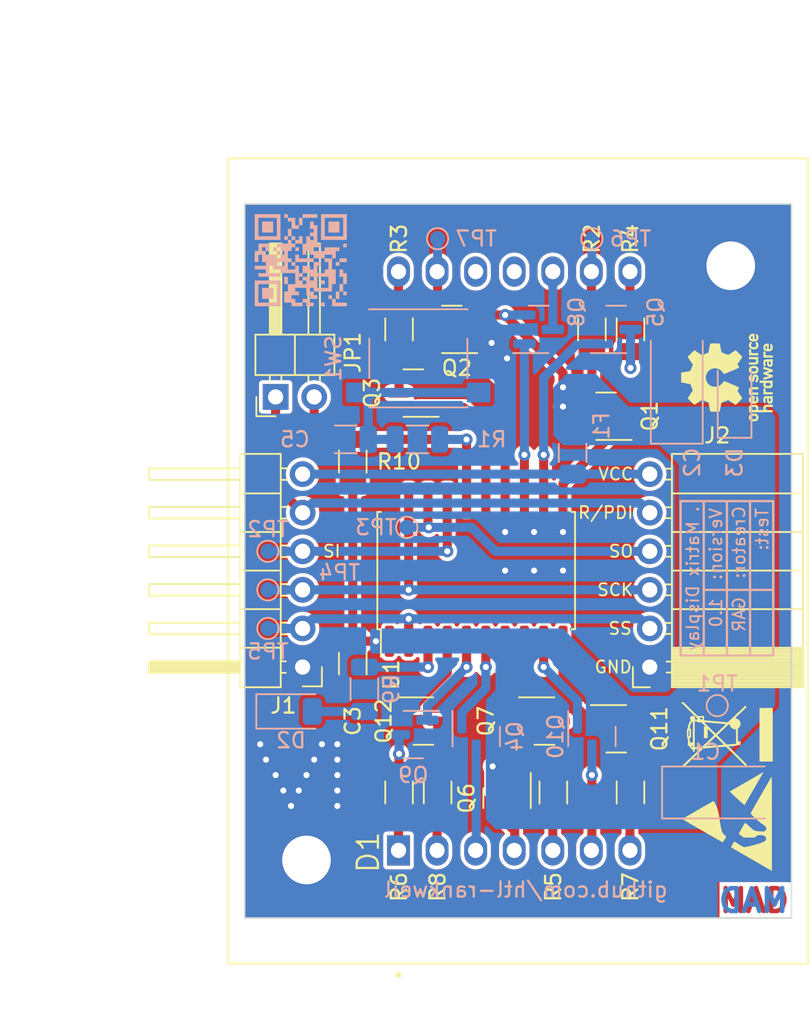
<source format=kicad_pcb>
(kicad_pcb (version 20221018) (generator pcbnew)
  (title_block (title "${acronym} - ${title}") (date "${date}") (rev "${revision}") (company "${company}") (comment 1 "${creator}") (comment 2 "${license}"))
  (layers (0 "F.Cu" signal) (31 "B.Cu" signal) (34 "B.Paste" user) (35 "F.Paste" user) (36 "B.SilkS" user "B.Silkscreen") (37 "F.SilkS" user "F.Silkscreen") (38 "B.Mask" user) (39 "F.Mask" user) (44 "Edge.Cuts" user))
  (property "acronym" "MAD")
  (property "company" "HTL-Rankweil")
  (property "creator" "GAR")
  (property "date" "2023-12-23")
  (property "license" "CC BY-NC-SA 4.0")
  (property "link" "github.com/htl-rankweil")
  (property "revision" "1.0")
  (property "title" ". Matrix Display")
  (net 0 "")
  (net 1 "VCC")
  (net 2 "GND")
  (net 3 "Net-(C5-Pad1)")
  (net 4 "Net-(D2-A)")
  (net 5 "/UPDI")
  (net 6 "/SCK")
  (net 7 "/SS")
  (net 8 "/DR1")
  (net 9 "Net-(Q1-D)")
  (net 10 "/DC1")
  (net 11 "Net-(D1-C1)")
  (net 12 "/DR2")
  (net 13 "Net-(Q3-D)")
  (net 14 "/DC2")
  (net 15 "Net-(D1-C2)")
  (net 16 "/DR3")
  (net 17 "Net-(Q5-D)")
  (net 18 "/DC3")
  (net 19 "Net-(D1-C3)")
  (net 20 "/DR4")
  (net 21 "Net-(Q7-D)")
  (net 22 "/DC4")
  (net 23 "Net-(D1-C4)")
  (net 24 "/DR5")
  (net 25 "Net-(Q9-D)")
  (net 26 "/DC5")
  (net 27 "Net-(D1-C5)")
  (net 28 "/DR6")
  (net 29 "Net-(Q11-D)")
  (net 30 "/DR7")
  (net 31 "Net-(Q12-D)")
  (net 32 "Net-(D1-R1)")
  (net 33 "Net-(D1-R2)")
  (net 34 "Net-(D1-R3)")
  (net 35 "Net-(D1-R4)")
  (net 36 "Net-(D1-R5)")
  (net 37 "Net-(D1-R6)")
  (net 38 "Net-(D1-R7)")
  (net 41 "Net-(J1-Pin_6)")
  (net 42 "Net-(U1-PA5)")
  (net 43 "Net-(JP1-B)")
  (net 44 "/SI")
  (net 45 "/SO")
  (footprint "Resistor_SMD:R_1206_3216Metric" (layer "F.Cu") (at 149.86 71.755 90)
    (fp_text reference "R2" (at 5.969 0 90) (layer "F.SilkS"))
    (fp_text value "0R1")
    (pad "1" smd roundrect (at -1.4625 0 90) (size 1.125 1.75) (layers "F.Cu" "F.Paste" "F.Mask") (roundrect_rratio 0.2222222222) (net 9 "Net-(Q1-D)"))
    (pad "2" smd roundrect (at 1.4625 0 90) (size 1.125 1.75) (layers "F.Cu" "F.Paste" "F.Mask") (roundrect_rratio 0.2222222222) (net 32 "Net-(D1-R1)"))
  )
  (footprint "Display_Matrix:LED_TA20-11SRWA" (layer "F.Cu") (at 144.745 87 90)
    (fp_text reference "D1" (at -19.172 -9.617 90) (layer "F.SilkS") (effects (font (size 1.4 1.4))))
    (fp_text value "TA20-11SRWA")
    (pad "1" thru_hole rect (at -19.05 -7.62 90) (size 2 1.508) (drill 1) (layers "*.Cu" "*.Mask") (net 36 "Net-(D1-R5)"))
    (pad "2" thru_hole oval (at -19.05 -5.08 90) (size 2 1.508) (drill 1) (layers "*.Cu" "*.Mask") (net 38 "Net-(D1-R7)"))
    (pad "3" thru_hole oval (at -19.05 -2.54 90) (size 2 1.508) (drill 1) (layers "*.Cu" "*.Mask") (net 15 "Net-(D1-C2)"))
    (pad "4" thru_hole oval (at -19.05 0 90) (size 2 1.508) (drill 1) (layers "*.Cu" "*.Mask") (net 19 "Net-(D1-C3)"))
    (pad "5" thru_hole oval (at -19.05 2.54 90) (size 2 1.508) (drill 1) (layers "*.Cu" "*.Mask") (net 35 "Net-(D1-R4)"))
    (pad "6" thru_hole oval (at -19.05 5.08 90) (size 2 1.508) (drill 1) (layers "*.Cu" "*.Mask") (net 27 "Net-(D1-C5)"))
    (pad "7" thru_hole oval (at -19.05 7.62 90) (size 2 1.508) (drill 1) (layers "*.Cu" "*.Mask") (net 37 "Net-(D1-R6)"))
    (pad "8" thru_hole oval (at 19.05 7.62 90) (size 2 1.508) (drill 1) (layers "*.Cu" "*.Mask") (net 34 "Net-(D1-R3)"))
    (pad "9" thru_hole oval (at 19.05 5.08 90) (size 2 1.508) (drill 1) (layers "*.Cu" "*.Mask") (net 32 "Net-(D1-R1)"))
    (pad "10" thru_hole oval (at 19.05 2.54 90) (size 2 1.508) (drill 1) (layers "*.Cu" "*.Mask") (net 23 "Net-(D1-C4)"))
    (pad "11" thru_hole oval (at 19.05 0 90) (size 2 1.508) (drill 1) (layers "*.Cu" "*.Mask"))
    (pad "12" thru_hole oval (at 19.05 -2.54 90) (size 2 1.508) (drill 1) (layers "*.Cu" "*.Mask"))
    (pad "13" thru_hole oval (at 19.05 -5.08 90) (size 2 1.508) (drill 1) (layers "*.Cu" "*.Mask") (net 11 "Net-(D1-C1)"))
    (pad "14" thru_hole oval (at 19.05 -7.62 90) (size 2 1.508) (drill 1) (layers "*.Cu" "*.Mask") (net 33 "Net-(D1-R2)"))
  )
  (footprint "Capacitor_SMD:C_1206_3216Metric" (layer "F.Cu") (at 134.112 93.7532 -90)
    (fp_text reference "C3" (at 3.7828 0 -270) (layer "F.SilkS"))
    (fp_text value "100n")
    (pad "1" smd roundrect (at -1.475 0 270) (size 1.15 1.8) (layers "F.Cu" "F.Paste" "F.Mask") (roundrect_rratio 0.2173913043) (net 1 "VCC"))
    (pad "2" smd roundrect (at 1.475 0 270) (size 1.15 1.8) (layers "F.Cu" "F.Paste" "F.Mask") (roundrect_rratio 0.2173913043) (net 2 "GND"))
  )
  (footprint "Package_SO:SOIC-20W_7.5x12.8mm_P1.27mm" (layer "F.Cu") (at 142.24 87.63 90)
    (fp_text reference "U1" (at -6.858 -5.588 90) (layer "F.SilkS"))
    (fp_text value "ATtiny__06-S")
    (pad "1" smd roundrect (at -4.65 -5.715 90) (size 2.05 0.6) (layers "F.Cu" "F.Paste" "F.Mask") (net 1 "VCC"))
    (pad "2" smd roundrect (at -4.65 -4.445 90) (size 2.05 0.6) (layers "F.Cu" "F.Paste" "F.Mask") (net 7 "/SS"))
    (pad "3" smd roundrect (at -4.65 -3.175 90) (size 2.05 0.6) (layers "F.Cu" "F.Paste" "F.Mask") (net 42 "Net-(U1-PA5)"))
    (pad "4" smd roundrect (at -4.65 -1.905 90) (size 2.05 0.6) (layers "F.Cu" "F.Paste" "F.Mask") (net 30 "/DR7"))
    (pad "5" smd roundrect (at -4.65 -0.635 90) (size 2.05 0.6) (layers "F.Cu" "F.Paste" "F.Mask") (net 24 "/DR5"))
    (pad "6" smd roundrect (at -4.65 0.635 90) (size 2.05 0.6) (layers "F.Cu" "F.Paste" "F.Mask") (net 14 "/DC2"))
    (pad "7" smd roundrect (at -4.65 1.905 90) (size 2.05 0.6) (layers "F.Cu" "F.Paste" "F.Mask") (net 18 "/DC3"))
    (pad "8" smd roundrect (at -4.65 3.175 90) (size 2.05 0.6) (layers "F.Cu" "F.Paste" "F.Mask") (net 20 "/DR4"))
    (pad "9" smd roundrect (at -4.65 4.445 90) (size 2.05 0.6) (layers "F.Cu" "F.Paste" "F.Mask") (net 26 "/DC5"))
    (pad "10" smd roundrect (at -4.65 5.715 90) (size 2.05 0.6) (layers "F.Cu" "F.Paste" "F.Mask") (net 28 "/DR6"))
    (pad "11" smd roundrect (at 4.65 5.715 90) (size 2.05 0.6) (layers "F.Cu" "F.Paste" "F.Mask") (net 8 "/DR1"))
    (pad "12" smd roundrect (at 4.65 4.445 90) (size 2.05 0.6) (layers "F.Cu" "F.Paste" "F.Mask") (net 16 "/DR3"))
    (pad "13" smd roundrect (at 4.65 3.175 90) (size 2.05 0.6) (layers "F.Cu" "F.Paste" "F.Mask") (net 22 "/DC4"))
    (pad "14" smd roundrect (at 4.65 1.905 90) (size 2.05 0.6) (layers "F.Cu" "F.Paste" "F.Mask") (net 10 "/DC1"))
    (pad "15" smd roundrect (at 4.65 0.635 90) (size 2.05 0.6) (layers "F.Cu" "F.Paste" "F.Mask") (net 12 "/DR2"))
    (pad "16" smd roundrect (at 4.65 -0.635 90) (size 2.05 0.6) (layers "F.Cu" "F.Paste" "F.Mask") (net 43 "Net-(JP1-B)"))
    (pad "17" smd roundrect (at 4.65 -1.905 90) (size 2.05 0.6) (layers "F.Cu" "F.Paste" "F.Mask") (net 44 "/SI"))
    (pad "18" smd roundrect (at 4.65 -3.175 90) (size 2.05 0.6) (layers "F.Cu" "F.Paste" "F.Mask") (net 45 "/SO"))
    (pad "19" smd roundrect (at 4.65 -4.445 90) (size 2.05 0.6) (layers "F.Cu" "F.Paste" "F.Mask") (net 6 "/SCK"))
    (pad "20" smd roundrect (at 4.65 -5.715 90) (size 2.05 0.6) (layers "F.Cu" "F.Paste" "F.Mask") (net 2 "GND"))
  )
  (footprint "Package_TO_SOT_SMD:SOT-23" (layer "F.Cu") (at 150.7975 77.47 180)
    (fp_text reference "Q1" (at -2.8725 0 90) (layer "F.SilkS"))
    (fp_text value "AO3416A")
    (pad "1" smd roundrect (at -0.9375 -0.95 180) (size 1.475 0.6) (layers "F.Cu" "F.Paste" "F.Mask") (net 8 "/DR1"))
    (pad "2" smd roundrect (at -0.9375 0.95 180) (size 1.475 0.6) (layers "F.Cu" "F.Paste" "F.Mask") (net 2 "GND"))
    (pad "3" smd roundrect (at 0.9375 0 180) (size 1.475 0.6) (layers "F.Cu" "F.Paste" "F.Mask") (net 9 "Net-(Q1-D)"))
  )
  (footprint "Symbol:WEEE-Logo_4.2x6mm_SilkScreen" (layer "F.Cu") (at 158.75 98.425 90)
    (fp_text reference "FID3" hide)
    (fp_text value "BIN" hide)
  )
  (footprint "Package_TO_SOT_SMD:SOT-23" (layer "F.Cu") (at 151.4625 98.044)
    (fp_text reference "Q11" (at 2.8425 0 90) (layer "F.SilkS"))
    (fp_text value "AO3416A")
    (pad "1" smd roundrect (at -0.9375 -0.95) (size 1.475 0.6) (layers "F.Cu" "F.Paste" "F.Mask") (net 28 "/DR6"))
    (pad "2" smd roundrect (at -0.9375 0.95) (size 1.475 0.6) (layers "F.Cu" "F.Paste" "F.Mask") (net 2 "GND"))
    (pad "3" smd roundrect (at 0.9375 0) (size 1.475 0.6) (layers "F.Cu" "F.Paste" "F.Mask") (net 29 "Net-(Q11-D)"))
  )
  (footprint "Package_TO_SOT_SMD:SOT-23" (layer "F.Cu") (at 146.7335 97.536)
    (fp_text reference "Q7" (at -3.8585 0 90) (layer "F.SilkS"))
    (fp_text value "AO3416A")
    (pad "1" smd roundrect (at -0.9375 -0.95) (size 1.475 0.6) (layers "F.Cu" "F.Paste" "F.Mask") (net 20 "/DR4"))
    (pad "2" smd roundrect (at -0.9375 0.95) (size 1.475 0.6) (layers "F.Cu" "F.Paste" "F.Mask") (net 2 "GND"))
    (pad "3" smd roundrect (at 0.9375 0) (size 1.475 0.6) (layers "F.Cu" "F.Paste" "F.Mask") (net 21 "Net-(Q7-D)"))
  )
  (footprint "Connector_PinHeader_2.54mm:PinHeader_1x06_P2.54mm_Horizontal" (layer "F.Cu") (at 130.81 93.98 180)
    (fp_text reference "J1" (at 1.27 -2.54) (layer "F.SilkS"))
    (fp_text value "Conn_01x06_Pin" hide)
    (pad "1" thru_hole rect (at 0 0 180) (size 1.7 1.7) (drill 1) (layers "*.Cu" "*.Mask") (net 2 "GND"))
    (pad "2" thru_hole oval (at 0 2.54 180) (size 1.7 1.7) (drill 1) (layers "*.Cu" "*.Mask") (net 7 "/SS"))
    (pad "3" thru_hole oval (at 0 5.08 180) (size 1.7 1.7) (drill 1) (layers "*.Cu" "*.Mask") (net 6 "/SCK"))
    (pad "4" thru_hole oval (at 0 7.62 180) (size 1.7 1.7) (drill 1) (layers "*.Cu" "*.Mask") (net 44 "/SI"))
    (pad "5" thru_hole oval (at 0 10.16 180) (size 1.7 1.7) (drill 1) (layers "*.Cu" "*.Mask") (net 5 "/UPDI"))
    (pad "6" thru_hole oval (at 0 12.7 180) (size 1.7 1.7) (drill 1) (layers "*.Cu" "*.Mask") (net 41 "Net-(J1-Pin_6)"))
  )
  (footprint "Connector_PinHeader_2.54mm:PinHeader_1x02_P2.54mm_Horizontal" (layer "F.Cu") (at 129.032 76.2 90)
    (fp_text reference "JP1" (at 2.921 5.08 90) (layer "F.SilkS"))
    (fp_text value "Jumper_2_Open")
    (pad "1" thru_hole rect (at 0 0 90) (size 1.7 1.7) (drill 1) (layers "*.Cu" "*.Mask") (net 5 "/UPDI"))
    (pad "2" thru_hole oval (at 0 2.54 90) (size 1.7 1.7) (drill 1) (layers "*.Cu" "*.Mask") (net 43 "Net-(JP1-B)"))
  )
  (footprint "Resistor_SMD:R_1206_3216Metric" (layer "F.Cu") (at 152.4 71.755 90)
    (fp_text reference "R4" (at 5.969 0 90) (layer "F.SilkS"))
    (fp_text value "0R1")
    (pad "1" smd roundrect (at -1.4625 0 90) (size 1.125 1.75) (layers "F.Cu" "F.Paste" "F.Mask") (roundrect_rratio 0.2222222222) (net 17 "Net-(Q5-D)"))
    (pad "2" smd roundrect (at 1.4625 0 90) (size 1.125 1.75) (layers "F.Cu" "F.Paste" "F.Mask") (roundrect_rratio 0.2222222222) (net 34 "Net-(D1-R3)"))
  )
  (footprint "Resistor_SMD:R_1206_3216Metric" (layer "F.Cu") (at 147.32 102.235 -90)
    (fp_text reference "R5" (at 6.223 0 90) (layer "F.SilkS"))
    (fp_text value "0R1")
    (pad "1" smd roundrect (at -1.4625 0 270) (size 1.125 1.75) (layers "F.Cu" "F.Paste" "F.Mask") (roundrect_rratio 0.2222222222) (net 21 "Net-(Q7-D)"))
    (pad "2" smd roundrect (at 1.4625 0 270) (size 1.125 1.75) (layers "F.Cu" "F.Paste" "F.Mask") (roundrect_rratio 0.2222222222) (net 35 "Net-(D1-R4)"))
  )
  (footprint "Package_TO_SOT_SMD:SOT-23" (layer "F.Cu") (at 138.0975 75.946 180)
    (fp_text reference "Q3" (at 2.7155 0 90) (layer "F.SilkS"))
    (fp_text value "AO3416A")
    (pad "1" smd roundrect (at -0.9375 -0.95 180) (size 1.475 0.6) (layers "F.Cu" "F.Paste" "F.Mask") (net 12 "/DR2"))
    (pad "2" smd roundrect (at -0.9375 0.95 180) (size 1.475 0.6) (layers "F.Cu" "F.Paste" "F.Mask") (net 2 "GND"))
    (pad "3" smd roundrect (at 0.9375 0 180) (size 1.475 0.6) (layers "F.Cu" "F.Paste" "F.Mask") (net 13 "Net-(Q3-D)"))
  )
  (footprint "Resistor_SMD:R_1206_3216Metric" (layer "F.Cu") (at 137.16 102.235 -90)
    (fp_text reference "R6" (at 6.223 0 90) (layer "F.SilkS"))
    (fp_text value "0R1")
    (pad "1" smd roundrect (at -1.4625 0 270) (size 1.125 1.75) (layers "F.Cu" "F.Paste" "F.Mask") (roundrect_rratio 0.2222222222) (net 25 "Net-(Q9-D)"))
    (pad "2" smd roundrect (at 1.4625 0 270) (size 1.125 1.75) (layers "F.Cu" "F.Paste" "F.Mask") (roundrect_rratio 0.2222222222) (net 36 "Net-(D1-R5)"))
  )
  (footprint "Package_TO_SOT_SMD:SOT-23" (layer "F.Cu") (at 140.6375 71.755 180)
    (fp_text reference "Q2" (at -0.3325 -2.54) (layer "F.SilkS"))
    (fp_text value "AO3419A")
    (pad "1" smd roundrect (at -0.9375 -0.95 180) (size 1.475 0.6) (layers "F.Cu" "F.Paste" "F.Mask") (net 10 "/DC1"))
    (pad "2" smd roundrect (at -0.9375 0.95 180) (size 1.475 0.6) (layers "F.Cu" "F.Paste" "F.Mask") (net 1 "VCC"))
    (pad "3" smd roundrect (at 0.9375 0 180) (size 1.475 0.6) (layers "F.Cu" "F.Paste" "F.Mask") (net 11 "Net-(D1-C1)"))
  )
  (footprint "Package_TO_SOT_SMD:SOT-23" (layer "F.Cu") (at 138.7625 97.536)
    (fp_text reference "Q12" (at -2.6185 0 90) (layer "F.SilkS"))
    (fp_text value "AO3416A")
    (pad "1" smd roundrect (at -0.9375 -0.95) (size 1.475 0.6) (layers "F.Cu" "F.Paste" "F.Mask") (net 30 "/DR7"))
    (pad "2" smd roundrect (at -0.9375 0.95) (size 1.475 0.6) (layers "F.Cu" "F.Paste" "F.Mask") (net 2 "GND"))
    (pad "3" smd roundrect (at 0.9375 0) (size 1.475 0.6) (layers "F.Cu" "F.Paste" "F.Mask") (net 31 "Net-(Q12-D)"))
  )
  (footprint "Package_TO_SOT_SMD:SOT-23" (layer "F.Cu") (at 144.272 102.616 -90)
    (fp_text reference "Q6" (at 0 2.667 90) (layer "F.SilkS"))
    (fp_text value "AO3419A")
    (pad "1" smd roundrect (at -0.9375 -0.95 270) (size 1.475 0.6) (layers "F.Cu" "F.Paste" "F.Mask") (net 18 "/DC3"))
    (pad "2" smd roundrect (at -0.9375 0.95 270) (size 1.475 0.6) (layers "F.Cu" "F.Paste" "F.Mask") (net 1 "VCC"))
    (pad "3" smd roundrect (at 0.9375 0 270) (size 1.475 0.6) (layers "F.Cu" "F.Paste" "F.Mask") (net 19 "Net-(D1-C3)"))
  )
  (footprint "Connector_PinSocket_2.54mm:PinSocket_1x06_P2.54mm_Horizontal" (layer "F.Cu") (at 153.67 93.98 180)
    (fp_text reference "J2" (at -4.445 15.24 180) (layer "F.SilkS"))
    (fp_text value "Conn_01x06_Socket" hide)
    (pad "1" thru_hole rect (at 0 0 180) (size 1.7 1.7) (drill 1) (layers "*.Cu" "*.Mask") (net 2 "GND"))
    (pad "2" thru_hole oval (at 0 2.54 180) (size 1.7 1.7) (drill 1) (layers "*.Cu" "*.Mask") (net 7 "/SS"))
    (pad "3" thru_hole oval (at 0 5.08 180) (size 1.7 1.7) (drill 1) (layers "*.Cu" "*.Mask") (net 6 "/SCK"))
    (pad "4" thru_hole oval (at 0 7.62 180) (size 1.7 1.7) (drill 1) (layers "*.Cu" "*.Mask") (net 45 "/SO"))
    (pad "5" thru_hole oval (at 0 10.16 180) (size 1.7 1.7) (drill 1) (layers "*.Cu" "*.Mask") (net 5 "/UPDI"))
    (pad "6" thru_hole oval (at 0 12.7 180) (size 1.7 1.7) (drill 1) (layers "*.Cu" "*.Mask") (net 41 "Net-(J1-Pin_6)"))
  )
  (footprint "Symbol:OSHW-Logo_5.7x6mm_SilkScreen" (layer "F.Cu") (at 158.75 74.93 90)
    (fp_text reference "FID2" hide)
    (fp_text value "OH" hide)
  )
  (footprint "Resistor_SMD:R_1206_3216Metric" (layer "F.Cu") (at 134.112 80.4565 -90)
    (fp_text reference "R10" (at 0 -3.048 -180) (layer "F.SilkS"))
    (fp_text value "10k")
    (pad "1" smd roundrect (at -1.4625 0 270) (size 1.125 1.75) (layers "F.Cu" "F.Paste" "F.Mask") (roundrect_rratio 0.2222222222) (net 43 "Net-(JP1-B)"))
    (pad "2" smd roundrect (at 1.4625 0 270) (size 1.125 1.75) (layers "F.Cu" "F.Paste" "F.Mask") (roundrect_rratio 0.2222222222) (net 1 "VCC"))
  )
  (footprint "Symbol:ESD-Logo_6.6x6mm_SilkScreen" (layer "F.Cu") (at 158.75 104.14 90)
    (fp_text reference "FID1" hide)
    (fp_text value "ESD" hide)
  )
  (footprint "MountingHole:MountingHole_3.2mm_M3_DIN965_Pad" (layer "F.Cu") (at 159.004 67.564)
    (fp_text reference "H1" hide)
    (fp_text value "M3")
    (pad "1" thru_hole circle (at 0 0) (size 5.6 5.6) (drill 3.2) (layers "*.Cu" "*.Mask") (net 2 "GND"))
  )
  (footprint "MountingHole:MountingHole_3.2mm_M3_DIN965_Pad" (layer "F.Cu") (at 131.064 106.68)
    (fp_text reference "H2" hide)
    (fp_text value "M3")
    (pad "1" thru_hole circle (at 0 0) (size 5.6 5.6) (drill 3.2) (layers "*.Cu" "*.Mask") (net 2 "GND"))
  )
  (footprint "Resistor_SMD:R_1206_3216Metric" (layer "F.Cu") (at 152.4 102.235 -90)
    (fp_text reference "R7" (at 6.223 0 90) (layer "F.SilkS"))
    (fp_text value "0R1")
    (pad "1" smd roundrect (at -1.4625 0 270) (size 1.125 1.75) (layers "F.Cu" "F.Paste" "F.Mask") (roundrect_rratio 0.2222222222) (net 29 "Net-(Q11-D)"))
    (pad "2" smd roundrect (at 1.4625 0 270) (size 1.125 1.75) (layers "F.Cu" "F.Paste" "F.Mask") (roundrect_rratio 0.2222222222) (net 37 "Net-(D1-R6)"))
  )
  (footprint "Resistor_SMD:R_1206_3216Metric" (layer "F.Cu") (at 139.7 102.235 -90)
    (fp_text reference "R8" (at 6.223 0 90) (layer "F.SilkS"))
    (fp_text value "0R1")
    (pad "1" smd roundrect (at -1.4625 0 270) (size 1.125 1.75) (layers "F.Cu" "F.Paste" "F.Mask") (roundrect_rratio 0.2222222222) (net 31 "Net-(Q12-D)"))
    (pad "2" smd roundrect (at 1.4625 0 270) (size 1.125 1.75) (layers "F.Cu" "F.Paste" "F.Mask") (roundrect_rratio 0.2222222222) (net 38 "Net-(D1-R7)"))
  )
  (footprint "Resistor_SMD:R_1206_3216Metric" (layer "F.Cu") (at 137.16 71.755 90)
    (fp_text reference "R3" (at 5.969 0 90) (layer "F.SilkS"))
    (fp_text value "0R1")
    (pad "1" smd roundrect (at -1.4625 0 90) (size 1.125 1.75) (layers "F.Cu" "F.Paste" "F.Mask") (roundrect_rratio 0.2222222222) (net 13 "Net-(Q3-D)"))
    (pad "2" smd roundrect (at 1.4625 0 90) (size 1.125 1.75) (layers "F.Cu" "F.Paste" "F.Mask") (roundrect_rratio 0.2222222222) (net 33 "Net-(D1-R2)"))
  )
  (footprint "Package_TO_SOT_SMD:SOT-23" (layer "B.Cu") (at 151.4625 71.755)
    (fp_text reference "Q5" (at 2.5885 -1.143 90) (layer "B.SilkS") (effects (justify mirror)))
    (fp_text value "AO3416A")
    (pad "1" smd roundrect (at -0.9375 0.95) (size 1.475 0.6) (layers "B.Cu" "B.Paste" "B.Mask") (net 16 "/DR3"))
    (pad "2" smd roundrect (at -0.9375 -0.95) (size 1.475 0.6) (layers "B.Cu" "B.Paste" "B.Mask") (net 2 "GND"))
    (pad "3" smd roundrect (at 0.9375 0) (size 1.475 0.6) (layers "B.Cu" "B.Paste" "B.Mask") (net 17 "Net-(Q5-D)"))
  )
  (footprint "Resistor_SMD:R_1206_3216Metric" (layer "B.Cu") (at 134.874 95.4425 -90)
    (fp_text reference "R9" (at 0 -1.778 -270) (layer "B.SilkS") (effects (justify mirror)))
    (fp_text value "180")
    (pad "1" smd roundrect (at -1.4625 0 270) (size 1.125 1.75) (layers "B.Cu" "B.Paste" "B.Mask") (roundrect_rratio 0.2222222222) (net 42 "Net-(U1-PA5)"))
    (pad "2" smd roundrect (at 1.4625 0 270) (size 1.125 1.75) (layers "B.Cu" "B.Paste" "B.Mask") (roundrect_rratio 0.2222222222) (net 4 "Net-(D2-A)"))
  )
  (footprint "Package_TO_SOT_SMD:SOT-23" (layer "B.Cu") (at 146.3525 71.755)
    (fp_text reference "Q8" (at 2.4915 -1.143 90) (layer "B.SilkS") (effects (justify mirror)))
    (fp_text value "AO3419A")
    (pad "1" smd roundrect (at -0.9375 0.95) (size 1.475 0.6) (layers "B.Cu" "B.Paste" "B.Mask") (net 22 "/DC4"))
    (pad "2" smd roundrect (at -0.9375 -0.95) (size 1.475 0.6) (layers "B.Cu" "B.Paste" "B.Mask") (net 1 "VCC"))
    (pad "3" smd roundrect (at 0.9375 0) (size 1.475 0.6) (layers "B.Cu" "B.Paste" "B.Mask") (net 23 "Net-(D1-C4)"))
  )
  (footprint "Fuse:Fuse_1206_3216Metric" (layer "B.Cu") (at 148.59 79.88 90)
    (fp_text reference "F1" (at 1.775 1.905 90) (layer "B.SilkS") (effects (justify mirror)))
    (fp_text value "Fuse")
    (pad "1" smd roundrect (at -1.4 0 90) (size 1.25 1.75) (layers "B.Cu" "B.Paste" "B.Mask") (roundrect_rratio 0.2) (net 41 "Net-(J1-Pin_6)"))
    (pad "2" smd roundrect (at 1.4 0 90) (size 1.25 1.75) (layers "B.Cu" "B.Paste" "B.Mask") (roundrect_rratio 0.2) (net 1 "VCC"))
  )
  (footprint "TestPoint:TestPoint_Pad_D1.0mm" (layer "B.Cu") (at 139.7 65.786 180)
    (fp_text reference "TP7" (at -2.54 0) (layer "B.SilkS") (effects (justify mirror)))
    (fp_text value "TestPoint_Probe" hide)
    (pad "1" smd circle (at 0 0 180) (size 1 1) (layers "B.Cu" "B.Mask") (net 11 "Net-(D1-C1)"))
  )
  (footprint "Images:QR_0x007e" (layer "B.Cu") (at 130.81 67.31 -90)
    (fp_text reference "FID4" hide)
    (fp_text value "QR" hide)
  )
  (footprint "Capacitor_Tantalum_SMD:CP_EIA-6032-28_Kemet-C" (layer "B.Cu") (at 155.448 75.5155 90)
    (fp_text reference "C2" (at -5.0025 1.016 270) (layer "B.SilkS") (effects (justify mirror)))
    (fp_text value "10u")
    (pad "1" smd roundrect (at -2.4625 0 90) (size 2.075 2.35) (layers "B.Cu" "B.Paste" "B.Mask") (roundrect_rratio 0.1204819277) (net 1 "VCC"))
    (pad "2" smd roundrect (at 2.4625 0 90) (size 2.075 2.35) (layers "B.Cu" "B.Paste" "B.Mask") (roundrect_rratio 0.1204819277) (net 2 "GND"))
  )
  (footprint "TestPoint:TestPoint_Pad_D1.0mm" (layer "B.Cu") (at 128.524 91.44 180)
    (fp_text reference "TP5" (at 0 -1.524) (layer "B.SilkS") (effects (justify mirror)))
    (fp_text value "TestPoint_Probe" hide)
    (pad "1" smd circle (at 0 0 180) (size 1 1) (layers "B.Cu" "B.Mask") (net 7 "/SS"))
  )
  (footprint "Package_TO_SOT_SMD:SOT-23" (layer "B.Cu") (at 142.24 98.552 -90)
    (fp_text reference "Q4" (at 0 -2.54 90) (layer "B.SilkS") (effects (justify mirror)))
    (fp_text value "AO3419A")
    (pad "1" smd roundrect (at -0.9375 0.95 270) (size 1.475 0.6) (layers "B.Cu" "B.Paste" "B.Mask") (net 14 "/DC2"))
    (pad "2" smd roundrect (at -0.9375 -0.95 270) (size 1.475 0.6) (layers "B.Cu" "B.Paste" "B.Mask") (net 1 "VCC"))
    (pad "3" smd roundrect (at 0.9375 0 270) (size 1.475 0.6) (layers "B.Cu" "B.Paste" "B.Mask") (net 15 "Net-(D1-C2)"))
  )
  (footprint "TestPoint:TestPoint_Pad_D1.0mm" (layer "B.Cu") (at 137.668 84.7852 180)
    (fp_text reference "TP3" (at 2.032 0) (layer "B.SilkS") (effects (justify mirror)))
    (fp_text value "TestPoint_Probe" hide)
    (pad "1" smd circle (at 0 0 180) (size 1 1) (layers "B.Cu" "B.Mask") (net 45 "/SO"))
  )
  (footprint "Capacitor_Tantalum_SMD:CP_EIA-6032-28_Kemet-C" (layer "B.Cu") (at 158.242 102.235)
    (fp_text reference "C1" (at -0.889 -2.667 180) (layer "B.SilkS") (effects (justify mirror)))
    (fp_text value "10u")
    (pad "1" smd roundrect (at -2.4625 0) (size 2.075 2.35) (layers "B.Cu" "B.Paste" "B.Mask") (roundrect_rratio 0.1204819277) (net 1 "VCC"))
    (pad "2" smd roundrect (at 2.4625 0) (size 2.075 2.35) (layers "B.Cu" "B.Paste" "B.Mask") (roundrect_rratio 0.1204819277) (net 2 "GND"))
  )
  (footprint "Button_Switch_SMD:SW_SPST_PTS645" (layer "B.Cu") (at 138.43 73.66 180)
    (fp_text reference "SW1" (at 5.588 0 90) (layer "B.SilkS") (effects (justify mirror)))
    (fp_text value "SW_Push")
    (pad "1" smd rect (at -3.98 2.25 180) (size 1.55 1.3) (layers "B.Cu" "B.Paste" "B.Mask") (net 2 "GND"))
    (pad "1" smd rect (at 3.98 2.25 180) (size 1.55 1.3) (layers "B.Cu" "B.Paste" "B.Mask") (net 2 "GND"))
    (pad "2" smd rect (at -3.98 -2.25 180) (size 1.55 1.3) (layers "B.Cu" "B.Paste" "B.Mask") (net 3 "Net-(C5-Pad1)"))
    (pad "2" smd rect (at 3.98 -2.25 180) (size 1.55 1.3) (layers "B.Cu" "B.Paste" "B.Mask") (net 3 "Net-(C5-Pad1)"))
  )
  (footprint "Package_TO_SOT_SMD:SOT-23" (layer "B.Cu") (at 149.86 98.552 -90)
    (fp_text reference "Q10" (at 0 2.4 90) (layer "B.SilkS") (effects (justify mirror)))
    (fp_text value "AO3419A")
    (pad "1" smd roundrect (at -0.9375 0.95 270) (size 1.475 0.6) (layers "B.Cu" "B.Paste" "B.Mask") (net 26 "/DC5"))
    (pad "2" smd roundrect (at -0.9375 -0.95 270) (size 1.475 0.6) (layers "B.Cu" "B.Paste" "B.Mask") (net 1 "VCC"))
    (pad "3" smd roundrect (at 0.9375 0 270) (size 1.475 0.6) (layers "B.Cu" "B.Paste" "B.Mask") (net 27 "Net-(D1-C5)"))
  )
  (footprint "Capacitor_SMD:C_1206_3216Metric" (layer "B.Cu") (at 133.653 78.994 180)
    (fp_text reference "C5" (at 3.351 0) (layer "B.SilkS") (effects (justify mirror)))
    (fp_text value "n.B.")
    (pad "1" smd roundrect (at -1.475 0 180) (size 1.15 1.8) (layers "B.Cu" "B.Paste" "B.Mask") (roundrect_rratio 0.2173913043) (net 3 "Net-(C5-Pad1)"))
    (pad "2" smd roundrect (at 1.475 0 180) (size 1.15 1.8) (layers "B.Cu" "B.Paste" "B.Mask") (roundrect_rratio 0.2173913043) (net 2 "GND"))
  )
  (footprint "TestPoint:TestPoint_Pad_D1.0mm" (layer "B.Cu") (at 158.115 96.52 180)
    (fp_text reference "TP1" (at 0 1.448) (layer "B.SilkS") (effects (justify mirror)))
    (fp_text value "TestPoint_Probe" hide)
    (pad "1" smd circle (at 0 0 180) (size 1 1) (layers "B.Cu" "B.Mask") (net 1 "VCC"))
  )
  (footprint "TestPoint:TestPoint_Pad_D1.0mm" (layer "B.Cu") (at 149.86 65.786 180)
    (fp_text reference "TP6" (at -2.54 0) (layer "B.SilkS") (effects (justify mirror)))
    (fp_text value "TestPoint_Probe" hide)
    (pad "1" smd circle (at 0 0 180) (size 1 1) (layers "B.Cu" "B.Mask") (net 32 "Net-(D1-R1)"))
  )
  (footprint "TestPoint:TestPoint_Pad_D1.0mm" (layer "B.Cu") (at 128.524 88.9 180)
    (fp_text reference "TP4" (at -4.699 1.143) (layer "B.SilkS") (effects (justify mirror)))
    (fp_text value "TestPoint_Probe" hide)
    (pad "1" smd circle (at 0 0 180) (size 1 1) (layers "B.Cu" "B.Mask") (net 6 "/SCK"))
  )
  (footprint "Resistor_SMD:R_1206_3216Metric" (layer "B.Cu") (at 138.3685 78.994)
    (fp_text reference "R1" (at 4.8875 0) (layer "B.SilkS") (effects (justify mirror)))
    (fp_text value "330")
    (pad "1" smd roundrect (at -1.4625 0) (size 1.125 1.75) (layers "B.Cu" "B.Paste" "B.Mask") (roundrect_rratio 0.2222222222) (net 3 "Net-(C5-Pad1)"))
    (pad "2" smd roundrect (at 1.4625 0) (size 1.125 1.75) (layers "B.Cu" "B.Paste" "B.Mask") (roundrect_rratio 0.2222222222) (net 43 "Net-(JP1-B)"))
  )
  (footprint "Package_TO_SOT_SMD:SOT-23" (layer "B.Cu") (at 138.0975 98.425 180)
    (fp_text reference "Q9" (at 0 -2.667) (layer "B.SilkS") (effects (justify mirror)))
    (fp_text value "AO3416A")
    (pad "1" smd roundrect (at -0.9375 0.95 180) (size 1.475 0.6) (layers "B.Cu" "B.Paste" "B.Mask") (net 24 "/DR5"))
    (pad "2" smd roundrect (at -0.9375 -0.95 180) (size 1.475 0.6) (layers "B.Cu" "B.Paste" "B.Mask") (net 2 "GND"))
    (pad "3" smd roundrect (at 0.9375 0 180) (size 1.475 0.6) (layers "B.Cu" "B.Paste" "B.Mask") (net 25 "Net-(Q9-D)"))
  )
  (footprint "TestPoint:TestPoint_Pad_D1.0mm" (layer "B.Cu") (at 128.524 86.36 180)
    (fp_text reference "TP2" (at 0 1.448) (layer "B.SilkS") (effects (justify mirror)))
    (fp_text value "TestPoint_Probe" hide)
    (pad "1" smd circle (at 0 0 180) (size 1 1) (layers "B.Cu" "B.Mask") (net 44 "/SI"))
  )
  (footprint "LED_SMD:LED_1206_3216Metric" (layer "B.Cu") (at 130.045 96.901)
    (fp_text reference "D2" (at 0 1.905) (layer "B.SilkS") (effects (justify mirror)))
    (fp_text value "LED")
    (pad "1" smd roundrect (at -1.4 0) (size 1.25 1.75) (layers "B.Cu" "B.Paste" "B.Mask") (roundrect_rratio 0.2) (net 2 "GND"))
    (pad "2" smd roundrect (at 1.4 0) (size 1.25 1.75) (layers "B.Cu" "B.Paste" "B.Mask") (roundrect_rratio 0.2) (net 4 "Net-(D2-A)"))
  )
  (footprint "Diode_SMD:D_MiniMELF" (layer "B.Cu") (at 159.258 76.228 90)
    (fp_text reference "D3" (at -4.29 0 90) (layer "B.SilkS") (effects (justify mirror)))
    (fp_text value "BZV55B5V6")
    (pad "1" smd roundrect (at -1.75 0 90) (size 1.3 1.7) (layers "B.Cu" "B.Paste" "B.Mask") (roundrect_rratio 0.1923076923) (net 1 "VCC"))
    (pad "2" smd roundrect (at 1.75 0 90) (size 1.3 1.7) (layers "B.Cu" "B.Paste" "B.Mask") (roundrect_rratio 0.1923076923) (net 2 "GND"))
  )
  (gr_line (start 157.226 83.058) (end 157.226 93.218) (stroke (width 0.15)) (layer "B.SilkS"))
  (gr_rect (start 155.702 83.058) (end 161.798 93.218) (stroke (width 0.15)) (fill none) (layer "B.SilkS"))
  (gr_line (start 158.75 83.058) (end 158.75 93.218) (stroke (width 0.15)) (layer "B.SilkS"))
  (gr_line (start 160.274 83.058) (end 160.274 93.218) (stroke (width 0.15)) (layer "B.SilkS"))
  (gr_line (start 157.226 88.9) (end 161.798 88.9) (stroke (width 0.15)) (layer "B.SilkS"))
  (gr_rect (start 127 63.5) (end 163 110.5) (stroke (width 0.1)) (fill none) (layer "Edge.Cuts"))
  (gr_text "${acronym}" (at 158.115 110.236) (layer "F.Cu") (effects (font (size 1.5 1.5) (thickness 0.3) bold) (justify left bottom)))
  (gr_text "${acronym}" (at 162.941 110.236) (layer "B.Cu") (effects (font (size 1.5 1.5) (thickness 0.3) bold) (justify left bottom mirror)))
  (gr_text "${link}" (at 154.94 109.22) (layer "B.SilkS") (effects (font (size 1 1)) (justify left bottom mirror)))
  (gr_text "Test:" (at 161.544 83.439 90) (layer "B.SilkS") (effects (font (size 0.8 0.8) (thickness 0.12)) (justify left bottom mirror)))
  (gr_text "Version:  ${revision}" (at 158.496 83.439 90) (layer "B.SilkS") (effects (font (size 0.8 0.8) (thickness 0.12)) (justify left bottom mirror)))
  (gr_text "Creator:  ${creator}" (at 160.02 83.312 90) (layer "B.SilkS") (effects (font (size 0.8 0.8) (thickness 0.12)) (justify left bottom mirror)))
  (gr_text "${title}" (at 156.972 83.312 90) (layer "B.SilkS") (effects (font (size 0.8 0.8) (thickness 0.12)) (justify left bottom mirror)))
  (gr_text "VCC" (at 152.654 81.28) (layer "F.SilkS") (effects (font (size 0.8 0.8) (thickness 0.12)) (justify right)))
  (gr_text "SO" (at 152.654 86.36) (layer "F.SilkS") (effects (font (size 0.8 0.8) (thickness 0.12)) (justify right)))
  (gr_text "GND" (at 152.56 93.98) (layer "F.SilkS") (effects (font (size 0.8 0.8) (thickness 0.12)) (justify right)))
  (gr_text "SS" (at 152.56 91.44) (layer "F.SilkS") (effects (font (size 0.8 0.8) (thickness 0.12)) (justify right)))
  (gr_text "SCK" (at 152.654 88.9) (layer "F.SilkS") (effects (font (size 0.8 0.8) (thickness 0.12)) (justify right)))
  (gr_text "SI" (at 132.08 86.36) (layer "F.SilkS") (effects (font (size 0.8 0.8) (thickness 0.12)) (justify left)))
  (gr_text "R/PDI" (at 152.654 83.82) (layer "F.SilkS") (effects (font (size 0.8 0.8) (thickness 0.12)) (justify right)))
  (segment (start 143.322 100.518) (end 143.322 101.6785) (width 0.6) (layer "F.Cu") (net 1))
  (segment (start 147.955 75.565) (end 147.955 74.615) (width 0.6) (layer "F.Cu") (net 1))
  (segment (start 144.145 70.805) (end 141.575 70.805) (width 0.6) (layer "F.Cu") (net 1))
  (segment (start 147.955 74.615) (end 144.145 70.805) (width 0.6) (layer "F.Cu") (net 1))
  (segment (start 134.112 92.2782) (end 136.5232 92.2782) (width 0.6) (layer "F.Cu") (net 1))
  (segment (start 134.112 92.2782) (end 134.112 81.919) (width 0.6) (layer "F.Cu") (net 1))
  (segment (start 136.5232 92.2782) (end 136.525 92.28) (width 0.6) (layer "F.Cu") (net 1))
  (segment (start 147.955 75.565) (end 147.955 76.835) (width 0.6) (layer "F.Cu") (net 1))
  (via (at 144.145 70.805) (size 0.8) (drill 0.4) (layers "F.Cu" "B.Cu") (net 1))
  (via (at 147.955 75.565) (size 0.8) (drill 0.4) (layers "F.Cu" "B.Cu") (net 1))
  (via (at 147.955 76.835) (size 0.8) (drill 0.4) (layers "F.Cu" "B.Cu") (net 1))
  (via (at 143.322 100.518) (size 0.8) (drill 0.4) (layers "F.Cu" "B.Cu") (net 1))
  (via (at 135.636 92.2782) (size 0.8) (drill 0.4) (layers "F.Cu" "B.Cu") (net 1))
  (segment (start 145.415 70.805) (end 144.145 70.805) (width 0.6) (layer "B.Cu") (net 1))
  (via (at 132.08 99.06) (size 0.6) (drill 0.4) (layers "F.Cu" "B.Cu") (net 2))
  (via (at 130.556 102.108) (size 0.6) (drill 0.4) (layers "F.Cu" "B.Cu") (net 2))
  (via (at 143.256 72.644) (size 0.8) (drill 0.4) (layers "F.Cu" "B.Cu") (net 2))
  (via (at 144.272 73.66) (size 0.8) (drill 0.4) (layers "F.Cu" "B.Cu") (net 2))
  (via (at 146.05 87.63) (size 0.6) (drill 0.4) (layers "F.Cu" "B.Cu") (net 2))
  (via (at 144.145 87.63) (size 0.6) (drill 0.4) (layers "F.Cu" "B.Cu") (net 2))
  (via (at 129.54 102.108) (size 0.6) (drill 0.4) (layers "F.Cu" "B.Cu") (net 2))
  (via (at 133.096 99.06) (size 0.6) (drill 0.4) (layers "F.Cu" "B.Cu") (net 2))
  (via (at 130.048 103.124) (size 0.6) (drill 0.4) (layers "F.Cu" "B.Cu") (net 2))
  (via (at 133.096 102.108) (size 0.6) (drill 0.4) (layers "F.Cu" "B.Cu") (net 2))
  (via (at 128.016 99.06) (size 0.6) (drill 0.4) (layers "F.Cu" "B.Cu") (net 2))
  (via (at 131.572 100.076) (size 0.6) (drill 0.4) (layers "F.Cu" "B.Cu") (net 2))
  (via (at 133.096 103.124) (size 0.6) (drill 0.4) (layers "F.Cu" "B.Cu") (net 2))
  (via (at 147.955 87.63) (size 0.6) (drill 0.4) (layers "F.Cu" "B.Cu") (net 2))
  (via (at 133.096 100.076) (size 0.6) (drill 0.4) (layers "F.Cu" "B.Cu") (net 2))
  (via (at 144.145 85.09) (size 0.6) (drill 0.4) (layers "F.Cu" "B.Cu") (net 2))
  (via (at 133.096 101.092) (size 0.6) (drill 0.4) (layers "F.Cu" "B.Cu") (net 2))
  (via (at 131.064 101.092) (size 0.6) (drill 0.4) (layers "F.Cu" "B.Cu") (net 2))
  (via (at 129.032 101.092) (size 0.6) (drill 0.4) (layers "F.Cu" "B.Cu") (net 2))
  (via (at 128.397 100.076) (size 0.6) (drill 0.4) (layers "F.Cu" "B.Cu") (net 2))
  (via (at 146.05 85.09) (size 0.6) (drill 0.4) (layers "F.Cu" "B.Cu") (net 2))
  (via (at 147.955 85.09) (size 0.6) (drill 0.4) (layers "F.Cu" "B.Cu") (net 2))
  (segment (start 134.45 75.91) (end 137.16 75.91) (width 0.6) (layer "B.Cu") (net 3))
  (segment (start 137.16 75.91) (end 142.41 75.91) (width 0.6) (layer "B.Cu") (net 3))
  (segment (start 136.906 78.994) (end 135.128 78.994) (width 0.6) (layer "B.Cu") (net 3))
  (segment (start 137.75 75.91) (end 134.45 75.91) (width 0.6) (layer "B.Cu") (net 3))
  (segment (start 135.5 75.91) (end 135.128 76.282) (width 0.6) (layer "B.Cu") (net 3))
  (segment (start 135.128 76.282) (end 135.128 78.994) (width 0.6) (layer "B.Cu") (net 3))
  (segment (start 131.449 96.905) (end 131.445 96.901) (width 0.6) (layer "B.Cu") (net 4))
  (segment (start 134.62 96.905) (end 131.449 96.905) (width 0.6) (layer "B.Cu") (net 4))
  (segment (start 129.032 76.2) (end 129.032 82.042) (width 0.6) (layer "F.Cu") (net 5))
  (segment (start 129.032 82.042) (end 130.81 83.82) (width 0.6) (layer "F.Cu") (net 5))
  (segment (start 153.67 83.82) (end 153.035 83.185) (width 0.6) (layer "B.Cu") (net 5))
  (segment (start 153.035 83.185) (end 131.445 83.185) (width 0.6) (layer "B.Cu") (net 5))
  (segment (start 131.445 83.185) (end 130.81 83.82) (width 0.6) (layer "B.Cu") (net 5))
  (segment (start 137.795 82.98) (end 137.795 88.9) (width 0.6) (layer "F.Cu") (net 6))
  (via (at 137.795 88.9) (size 0.8) (drill 0.4) (layers "F.Cu" "B.Cu") (net 6))
  (segment (start 130.81 88.9) (end 153.67 88.9) (width 0.6) (layer "B.Cu") (net 6))
  (segment (start 128.524 88.9) (end 130.81 88.9) (width 0.6) (layer "B.Cu") (net 6))
  (segment (start 137.795 92.28) (end 137.795 90.805) (width 0.6) (layer "F.Cu") (net 7))
  (via (at 137.795 90.805) (size 0.8) (drill 0.4) (layers "F.Cu" "B.Cu") (net 7))
  (segment (start 153.035 90.805) (end 153.67 91.44) (width 0.6) (layer "B.Cu") (net 7))
  (segment (start 131.445 90.805) (end 153.035 90.805) (width 0.6) (layer "B.Cu") (net 7))
  (segment (start 128.524 91.44) (end 130.81 91.44) (width 0.6) (layer "B.Cu") (net 7))
  (segment (start 130.81 91.44) (end 131.445 90.805) (width 0.6) (layer "B.Cu") (net 7))
  (segment (start 151.45 78.42) (end 151.735 78.42) (width 0.6) (layer "F.Cu") (net 8))
  (segment (start 147.955 81.915) (end 151.45 78.42) (width 0.6) (layer "F.Cu") (net 8))
  (segment (start 147.955 82.98) (end 147.955 81.915) (width 0.6) (layer "F.Cu") (net 8))
  (segment (start 149.86 77.47) (end 149.86 73.2175) (width 0.6) (layer "F.Cu") (net 9))
  (segment (start 144.145 75.275) (end 141.575 72.705) (width 0.6) (layer "F.Cu") (net 10))
  (segment (start 144.145 82.98) (end 144.145 75.275) (width 0.6) (layer "F.Cu") (net 10))
  (segment (start 139.7 67.985) (end 139.665 67.95) (width 0.6) (layer "F.Cu") (net 11))
  (segment (start 139.7 71.755) (end 139.7 67.985) (width 0.6) (layer "F.Cu") (net 11))
  (segment (start 139.7 65.786) (end 139.7 67.915) (width 0.6) (layer "B.Cu") (net 11))
  (segment (start 139.7 67.915) (end 139.665 67.95) (width 0.6) (layer "B.Cu") (net 11))
  (segment (start 141.412 76.896) (end 139.035 76.896) (width 0.6) (layer "F.Cu") (net 12))
  (segment (start 142.875 82.98) (end 142.875 78.359) (width 0.6) (layer "F.Cu") (net 12))
  (segment (start 142.875 78.359) (end 141.412 76.896) (width 0.6) (layer "F.Cu") (net 12))
  (segment (start 137.16 73.2175) (end 137.16 75.946) (width 0.6) (layer "F.Cu") (net 13))
  (segment (start 142.875 92.28) (end 142.875 93.98) (width 0.6) (layer "F.Cu") (net 14))
  (via (at 142.875 93.98) (size 0.8) (drill 0.4) (layers "F.Cu" "B.Cu") (net 14))
  (segment (start 142.875 93.98) (end 142.875 95.377) (width 0.6) (layer "B.Cu") (net 14))
  (segment (start 141.29 96.962) (end 141.29 97.6145) (width 0.6) (layer "B.Cu") (net 14))
  (segment (start 142.875 95.377) (end 141.29 96.962) (width 0.6) (layer "B.Cu") (net 14))
  (segment (start 142.24 106.015) (end 142.205 106.05) (width 0.6) (layer "F.Cu") (net 15))
  (segment (start 142.24 99.4895) (end 142.24 106.015) (width 0.6) (layer "B.Cu") (net 15))
  (segment (start 142.24 106.015) (end 142.205 106.05) (width 0.6) (layer "B.Cu") (net 15))
  (segment (start 146.685 82.98) (end 146.685 80.01) (width 0.6) (layer "F.Cu") (net 16))
  (via (at 146.685 80.01) (size 0.8) (drill 0.4) (layers "F.Cu" "B.Cu") (net 16))
  (segment (start 146.685 74.9255) (end 148.9055 72.705) (width 0.6) (layer "B.Cu") (net 16))
  (segment (start 146.685 80.01) (end 146.685 74.9255) (width 0.6) (layer "B.Cu") (net 16))
  (segment (start 148.9055 72.705) (end 150.525 72.705) (width 0.6) (layer "B.Cu") (net 16))
  (segment (start 152.4 73.2175) (end 152.4 74.295) (width 0.6) (layer "F.Cu") (net 17))
  (via (at 152.4 74.295) (size 0.8) (drill 0.4) (layers "F.Cu" "B.Cu") (net 17))
  (segment (start 152.4 71.755) (end 152.4 74.295) (width 0.6) (layer "B.Cu") (net 17))
  (segment (start 145.222 100.01) (end 145.222 101.6785) (width 0.6) (layer "F.Cu") (net 18))
  (segment (start 144.145 92.28) (end 144.145 98.933) (width 0.6) (layer "F.Cu") (net 18))
  (segment (start 144.145 98.933) (end 145.222 100.01) (width 0.6) (layer "F.Cu") (net 18))
  (segment (start 144.78 106.015) (end 144.745 106.05) (width 0.6) (layer "F.Cu") (net 19))
  (segment (start 144.78 104.775) (end 144.78 106.015) (width 0.6) (layer "F.Cu") (net 19))
  (segment (start 144.272 103.5535) (end 144.272 104.267) (width 0.6) (layer "F.Cu") (net 19))
  (segment (start 144.272 104.267) (end 144.78 104.775) (width 0.6) (layer "F.Cu") (net 19))
  (segment (start 144.78 106.015) (end 144.745 106.05) (width 0.6) (layer "B.Cu") (net 19))
  (segment (start 145.796 95.504) (end 145.796 96.586) (width 0.6) (layer "F.Cu") (net 20))
  (segment (start 145.415 95.123) (end 145.796 95.504) (width 0.6) (layer "F.Cu") (net 20))
  (segment (start 145.415 92.28) (end 145.415 95.123) (width 0.6) (layer "F.Cu") (net 20))
  (segment (start 147.671 97.536) (end 147.671 98.963) (width 0.6) (layer "F.Cu") (net 21))
  (segment (start 147.671 98.963) (end 147.32 99.314) (width 0.6) (layer "F.Cu") (net 21))
  (segment (start 147.32 99.314) (end 147.32 100.7725) (width 0.6) (layer "F.Cu") (net 21))
  (segment (start 145.415 82.98) (end 145.415 80.01) (width 0.6) (layer "F.Cu") (net 22))
  (via (at 145.415 80.01) (size 0.8) (drill 0.4) (layers "F.Cu" "B.Cu") (net 22))
  (segment (start 145.415 80.01) (end 145.415 72.705) (width 0.6) (layer "B.Cu") (net 22))
  (segment (start 147.29 71.755) (end 147.29 67.955) (width 0.6) (layer "B.Cu") (net 23))
  (segment (start 147.29 67.955) (end 147.285 67.95) (width 0.6) (layer "B.Cu") (net 23))
  (segment (start 141.605 92.28) (end 141.605 93.98) (width 0.6) (layer "F.Cu") (net 24))
  (via (at 141.605 93.98) (size 0.8) (drill 0.4) (layers "F.Cu" "B.Cu") (net 24))
  (segment (start 139.035 96.55) (end 139.035 97.475) (width 0.6) (layer "B.Cu") (net 24))
  (segment (start 141.605 93.98) (end 139.035 96.55) (width 0.6) (layer "B.Cu") (net 24))
  (segment (start 137.16 100.7725) (end 137.16 99.695) (width 0.6) (layer "F.Cu") (net 25))
  (via (at 137.16 99.695) (size 0.8) (drill 0.4) (layers "F.Cu" "B.Cu") (net 25))
  (segment (start 137.16 98.425) (end 137.16 99.695) (width 0.6) (layer "B.Cu") (net 25))
  (segment (start 146.685 92.28) (end 146.685 93.98) (width 0.6) (layer "F.Cu") (net 26))
  (via (at 146.685 93.98) (size 0.8) (drill 0.4) (layers "F.Cu" "B.Cu") (net 26))
  (segment (start 148.91 96.205) (end 148.91 97.6145) (width 0.6) (layer "B.Cu") (net 26))
  (segment (start 146.685 93.98) (end 148.91 96.205) (width 0.6) (layer "B.Cu") (net 26))
  (segment (start 149.86 101.092) (end 149.86 106.015) (width 0.6) (layer "F.Cu") (net 27))
  (segment (start 149.86 106.015) (end 149.825 106.05) (width 0.6) (layer "F.Cu") (net 27))
  (via (at 149.86 101.092) (size 0.8) (drill 0.4) (layers "F.Cu" "B.Cu") (net 27))
  (segment (start 149.86 99.4895) (end 149.86 101.092) (width 0.6) (layer "B.Cu") (net 27))
  (segment (start 147.955 92.28) (end 147.955 94.524) (width 0.6) (layer "F.Cu") (net 28))
  (segment (start 147.955 94.524) (end 150.525 97.094) (width 0.6) (layer "F.Cu") (net 28))
  (segment (start 152.4 98.044) (end 152.4 100.7725) (width 0.6) (layer "F.Cu") (net 29))
  (segment (start 140.335 92.28) (end 140.335 94.361) (width 0.6) (layer "F.Cu") (net 30))
  (segment (start 140.335 94.361) (end 138.11 96.586) (width 0.6) (layer "F.Cu") (net 30))
  (segment (start 138.11 96.586) (end 137.825 96.586) (width 0.6) (layer "F.Cu") (net 30))
  (segment (start 139.7 97.536) (end 139.7 100.7725) (width 0.6) (layer "F.Cu") (net 31))
  (segment (start 149.825 67.95) (end 149.825 70.2575) (width 0.6) (layer "F.Cu") (net 32))
  (segment (start 149.825 70.2575) (end 149.86 70.2925) (width 0.6) (layer "F.Cu") (net 32))
  (segment (start 149.86 65.786) (end 149.86 67.915) (width 0.6) (layer "B.Cu") (net 32))
  (segment (start 149.86 67.915) (end 149.825 67.95) (width 0.6) (layer "B.Cu") (net 32))
  (segment (start 137.125 70.2575) (end 137.16 70.2925) (width 0.6) (layer "F.Cu") (net 33))
  (segment (start 137.125 67.95) (end 137.125 70.2575) (width 0.6) (layer "F.Cu") (net 33))
  (segment (start 152.365 70.2575) (end 152.4 70.2925) (width 0.6) (layer "F.Cu") (net 34))
  (segment (start 152.365 67.95) (end 152.365 70.2575) (width 0.6) (layer "F.Cu") (net 34))
  (segment (start 147.285 103.7325) (end 147.32 103.6975) (width 0.6) (layer "F.Cu") (net 35))
  (segment (start 147.285 106.05) (end 147.285 103.7325) (width 0.6) (layer "F.Cu") (net 35))
  (segment (start 137.125 103.7325) (end 137.16 103.6975) (width 0.6) (layer "F.Cu") (net 36))
  (segment (start 137.125 106.05) (end 137.125 103.7325) (width 0.6) (layer "F.Cu") (net 36))
  (segment (start 152.365 106.05) (end 152.365 103.7325) (width 0.6) (layer "F.Cu") (net 37))
  (segment (start 152.365 103.7325) (end 152.4 103.6975) (width 0.6) (layer "F.Cu") (net 37))
  (segment (start 139.665 106.05) (end 139.665 103.7325) (width 0.6) (layer "F.Cu") (net 38))
  (segment (start 139.665 103.7325) (end 139.7 103.6975) (width 0.6) (layer "F.Cu") (net 38))
  (segment (start 130.81 81.28) (end 153.67 81.28) (width 0.6) (layer "B.Cu") (net 41))
  (segment (start 139.065 92.28) (end 139.065 93.98) (width 0.6) (layer "F.Cu") (net 42))
  (via (at 139.065 93.98) (size 0.8) (drill 0.4) (layers "F.Cu" "B.Cu") (net 42))
  (segment (start 139.065 93.98) (end 134.874 93.98) (width 0.6) (layer "B.Cu") (net 42))
  (segment (start 141.605 79) (end 141.605 82.98) (width 0.6) (layer "F.Cu") (net 43))
  (segment (start 131.572 78.232) (end 131.572 76.2) (width 0.6) (layer "F.Cu") (net 43))
  (segment (start 141.599 78.994) (end 134.112 78.994) (width 0.6) (layer "F.Cu") (net 43))
  (segment (start 134.112 78.994) (end 132.334 78.994) (width 0.6) (layer "F.Cu") (net 43))
  (segment (start 141.605 79) (end 141.599 78.994) (width 0.6) (layer "F.Cu") (net 43))
  (segment (start 132.334 78.994) (end 131.572 78.232) (width 0.6) (layer "F.Cu") (net 43))
  (via (at 141.605 79) (size 0.8) (drill 0.4) (layers "F.Cu" "B.Cu") (net 43))
  (segment (start 139.837 79) (end 139.831 78.994) (width 0.6) (layer "B.Cu") (net 43))
  (segment (start 141.605 79) (end 139.837 79) (width 0.6) (layer "B.Cu") (net 43))
  (segment (start 140.336397 82.981397) (end 140.335 82.98) (width 0.6) (layer "F.Cu") (net 44))
  (segment (start 140.336397 86.36) (end 140.336397 82.981397) (width 0.6) (layer "F.Cu") (net 44))
  (via (at 140.336397 86.36) (size 0.8) (drill 0.4) (layers "F.Cu" "B.Cu") (net 44))
  (segment (start 128.524 86.36) (end 130.81 86.36) (width 0.6) (layer "B.Cu") (net 44))
  (segment (start 140.336397 86.36) (end 130.81 86.36) (width 0.6) (layer "B.Cu") (net 44))
  (segment (start 139.065 84.7344) (end 139.065 82.98) (width 0.6) (layer "F.Cu") (net 45))
  (segment (start 139.1158 84.7852) (end 139.065 84.7344) (width 0.6) (layer "F.Cu") (net 45))
  (via (at 139.1158 84.7852) (size 0.8) (drill 0.4) (layers "F.Cu" "B.Cu") (net 45))
  (segment (start 139.1158 84.7852) (end 141.937295 84.7852) (width 0.6) (layer "B.Cu") (net 45))
  (segment (start 141.937295 84.7852) (end 143.512095 86.36) (width 0.6) (layer "B.Cu") (net 45))
  (segment (start 143.512095 86.36) (end 153.67 86.36) (width 0.6) (layer "B.Cu") (net 45))
  (segment (start 139.1158 84.7852) (end 137.668 84.7852) (width 0.6) (layer "B.Cu") (net 45))
  (zone (net 2) (net_name "GND") (layers "F&B.Cu") (connect_pads yes (clearance 0.25)) (min_thickness 0.25) (fill yes (thermal_gap 0.5) (thermal_bridge_width 0.5))
    (polygon (pts (xy 127 63.5) (xy 163 63.5) (xy 163 110.5) (xy 127 110.5)))
  )
  (zone (net 1) (net_name "VCC") (layer "B.Cu") (priority 2) (connect_pads yes (clearance 0.25)) (min_thickness 0.25) (fill yes (thermal_gap 0.5) (thermal_bridge_width 0.5) (island_removal_mode 1) (island_area_min 10))
    (polygon (pts (xy 150.114 74.676) (xy 152.273 76.835) (xy 161.29 76.835) (xy 161.925 77.47) (xy 161.925 96.52) (xy 158.115 100.33) (xy 158.115 104.013) (xy 157.48 104.648) (xy 143.51 104.648) (xy 142.875 104.013) (xy 142.875 96.139) (xy 143.51 95.504) (xy 143.51 93.726) (xy 142.875 93.091) (xy 135.382 93.091) (xy 135.255 92.964) (xy 135.255 91.567) (xy 135.382 91.44) (xy 147.955 91.44) (xy 152.4 95.885) (xy 154.94 95.885) (xy 155.575 95.25) (xy 155.575 80.645) (xy 154.305 79.375) (xy 147.955 79.375) (xy 147.32 78.74) (xy 147.32 75.565) (xy 148.209 74.676)))
  )
)
</source>
